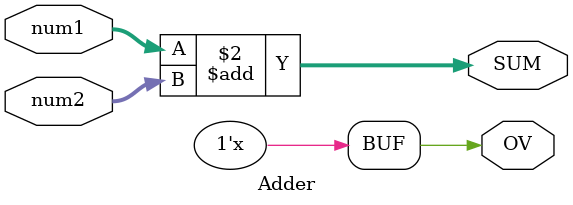
<source format=v>
`timescale 1ns / 1ps
module Adder(
    input [7:0] num1,
    input [7:0] num2,
    output reg [8:0] SUM,
    output reg OV
    );
	 
	 always @(num1 or num2) begin
	   SUM <= num1 + num2;
		OV <= SUM[8]; 
    end

endmodule

</source>
